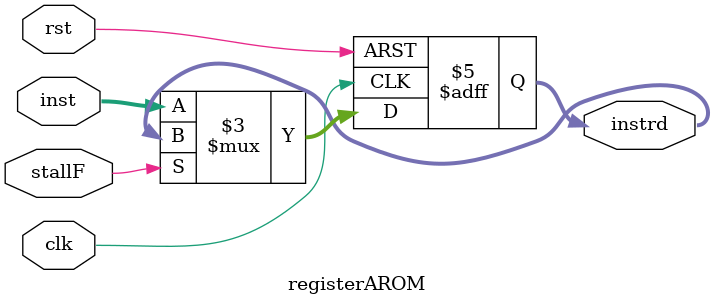
<source format=sv>
module registerAROM(input logic [23:0] inst, input logic clk, rst, stallF,
	output logic [23:0] instrd);
	
	always_ff @(posedge clk, posedge rst) begin 
		if (rst) instrd <= 23'b0;
		else
			if (~stallF)
				instrd <= inst;
	end
endmodule 
</source>
